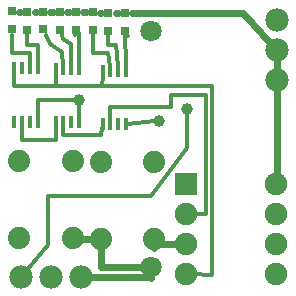
<source format=gtl>
G04 MADE WITH FRITZING*
G04 WWW.FRITZING.ORG*
G04 DOUBLE SIDED*
G04 HOLES PLATED*
G04 CONTOUR ON CENTER OF CONTOUR VECTOR*
%ASAXBY*%
%FSLAX23Y23*%
%MOIN*%
%OFA0B0*%
%SFA1.0B1.0*%
%ADD10C,0.071181*%
%ADD11C,0.075000*%
%ADD12C,0.078000*%
%ADD13C,0.074000*%
%ADD14C,0.039370*%
%ADD15R,0.075000X0.075000*%
%ADD16R,0.015748X0.043307*%
%ADD17R,0.031496X0.031496*%
%ADD18C,0.024000*%
%ADD19C,0.012000*%
%LNCOPPER1*%
G90*
G70*
G54D10*
X495Y95D03*
X495Y882D03*
X495Y95D03*
X495Y882D03*
X495Y95D03*
X495Y882D03*
G54D11*
X614Y372D03*
X914Y372D03*
X614Y272D03*
X914Y272D03*
X614Y172D03*
X914Y172D03*
X614Y72D03*
X914Y72D03*
G54D12*
X917Y918D03*
X917Y818D03*
X917Y718D03*
G54D13*
X235Y448D03*
X235Y192D03*
X57Y448D03*
X57Y192D03*
X235Y448D03*
X235Y192D03*
X57Y448D03*
X57Y192D03*
X506Y444D03*
X506Y188D03*
X328Y444D03*
X328Y188D03*
X506Y444D03*
X506Y188D03*
X328Y444D03*
X328Y188D03*
G54D12*
X64Y61D03*
X164Y61D03*
X264Y61D03*
G54D14*
X615Y622D03*
X522Y582D03*
X256Y652D03*
G54D15*
X614Y372D03*
G54D16*
X118Y757D03*
X92Y757D03*
X67Y757D03*
X41Y757D03*
X41Y580D03*
X67Y580D03*
X92Y580D03*
X118Y580D03*
X255Y754D03*
X229Y754D03*
X203Y754D03*
X178Y754D03*
X178Y577D03*
X203Y577D03*
X229Y577D03*
X255Y577D03*
X412Y749D03*
X387Y749D03*
X361Y749D03*
X336Y749D03*
X336Y572D03*
X361Y572D03*
X387Y572D03*
X412Y572D03*
G54D17*
X137Y887D03*
X137Y946D03*
X84Y886D03*
X84Y945D03*
X32Y888D03*
X32Y947D03*
X192Y886D03*
X192Y945D03*
X302Y885D03*
X302Y944D03*
X354Y883D03*
X354Y942D03*
X408Y881D03*
X408Y941D03*
X247Y886D03*
X247Y945D03*
G54D18*
X917Y749D02*
X917Y788D01*
D02*
X915Y400D02*
X917Y688D01*
D02*
X506Y172D02*
X586Y172D01*
D02*
X506Y157D02*
X506Y172D01*
D02*
X495Y58D02*
X495Y61D01*
D02*
X495Y61D02*
X294Y61D01*
G54D19*
D02*
X244Y874D02*
X255Y874D01*
D02*
X255Y874D02*
X255Y770D01*
D02*
X243Y868D02*
X244Y874D01*
D02*
X203Y855D02*
X229Y840D01*
D02*
X229Y840D02*
X229Y770D01*
D02*
X198Y869D02*
X203Y855D01*
D02*
X201Y813D02*
X203Y770D01*
D02*
X158Y837D02*
X201Y813D01*
D02*
X145Y870D02*
X158Y837D01*
D02*
X84Y836D02*
X118Y836D01*
D02*
X118Y836D02*
X118Y773D01*
D02*
X84Y868D02*
X84Y836D01*
D02*
X32Y810D02*
X92Y810D01*
D02*
X92Y810D02*
X92Y773D01*
D02*
X32Y870D02*
X32Y810D01*
D02*
X67Y517D02*
X178Y517D01*
D02*
X178Y517D02*
X178Y560D01*
D02*
X67Y564D02*
X67Y517D01*
G54D18*
D02*
X897Y840D02*
X804Y941D01*
D02*
X804Y941D02*
X432Y941D01*
D02*
X61Y946D02*
X56Y946D01*
D02*
X271Y945D02*
X278Y944D01*
D02*
X325Y943D02*
X330Y943D01*
D02*
X385Y941D02*
X378Y942D01*
D02*
X114Y945D02*
X108Y945D01*
D02*
X161Y946D02*
X168Y945D01*
D02*
X224Y945D02*
X215Y945D01*
D02*
X328Y157D02*
X328Y95D01*
D02*
X328Y95D02*
X458Y95D01*
D02*
X266Y190D02*
X297Y189D01*
G54D19*
D02*
X615Y609D02*
X616Y491D01*
D02*
X495Y331D02*
X154Y331D01*
D02*
X154Y331D02*
X154Y170D01*
D02*
X616Y491D02*
X495Y331D01*
D02*
X154Y170D02*
X83Y84D01*
D02*
X563Y669D02*
X563Y629D01*
D02*
X563Y629D02*
X361Y629D01*
D02*
X678Y273D02*
X678Y669D01*
D02*
X361Y629D02*
X361Y588D01*
D02*
X637Y272D02*
X678Y273D01*
D02*
X678Y669D02*
X563Y669D01*
D02*
X203Y534D02*
X329Y534D01*
D02*
X203Y560D02*
X203Y534D01*
D02*
X329Y534D02*
X333Y559D01*
D02*
X410Y879D02*
X412Y765D01*
D02*
X418Y866D02*
X410Y879D01*
D02*
X380Y836D02*
X386Y765D01*
D02*
X354Y836D02*
X380Y836D01*
D02*
X354Y865D02*
X354Y836D01*
D02*
X354Y808D02*
X359Y765D01*
D02*
X302Y808D02*
X354Y808D01*
D02*
X302Y867D02*
X302Y808D01*
D02*
X333Y700D02*
X335Y733D01*
D02*
X699Y698D02*
X315Y698D01*
D02*
X699Y70D02*
X699Y698D01*
D02*
X637Y71D02*
X699Y70D01*
D02*
X508Y581D02*
X415Y572D01*
D02*
X256Y639D02*
X255Y593D01*
D02*
X118Y652D02*
X118Y596D01*
D02*
X237Y652D02*
X118Y652D01*
D02*
X178Y700D02*
X178Y738D01*
D02*
X333Y700D02*
X178Y700D01*
D02*
X333Y700D02*
X41Y700D01*
D02*
X41Y700D02*
X41Y741D01*
G04 End of Copper1*
M02*
</source>
